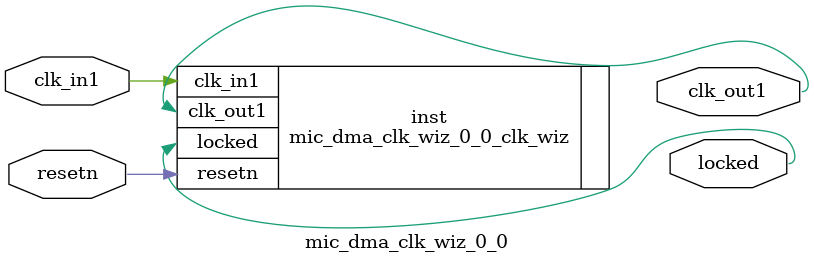
<source format=v>


`timescale 1ps/1ps

(* CORE_GENERATION_INFO = "mic_dma_clk_wiz_0_0,clk_wiz_v6_0_16_0_0,{component_name=mic_dma_clk_wiz_0_0,use_phase_alignment=true,use_min_o_jitter=false,use_max_i_jitter=false,use_dyn_phase_shift=false,use_inclk_switchover=false,use_dyn_reconfig=false,enable_axi=0,feedback_source=FDBK_AUTO,PRIMITIVE=MMCM,num_out_clk=1,clkin1_period=10.000,clkin2_period=10.000,use_power_down=false,use_reset=true,use_locked=true,use_inclk_stopped=false,feedback_type=SINGLE,CLOCK_MGR_TYPE=NA,manual_override=false}" *)

module mic_dma_clk_wiz_0_0 
 (
  // Clock out ports
  output        clk_out1,
  // Status and control signals
  input         resetn,
  output        locked,
 // Clock in ports
  input         clk_in1
 );

  mic_dma_clk_wiz_0_0_clk_wiz inst
  (
  // Clock out ports  
  .clk_out1(clk_out1),
  // Status and control signals               
  .resetn(resetn), 
  .locked(locked),
 // Clock in ports
  .clk_in1(clk_in1)
  );

endmodule

</source>
